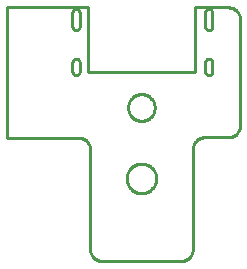
<source format=gbr>
G04 EAGLE Gerber RS-274X export*
G75*
%MOMM*%
%FSLAX34Y34*%
%LPD*%
%IN*%
%IPPOS*%
%AMOC8*
5,1,8,0,0,1.08239X$1,22.5*%
G01*
%ADD10C,0.254000*%


D10*
X0Y104630D02*
X60000Y104630D01*
X60872Y104592D01*
X61736Y104478D01*
X62588Y104289D01*
X63420Y104027D01*
X64226Y103693D01*
X65000Y103290D01*
X65736Y102822D01*
X66428Y102290D01*
X67071Y101701D01*
X67660Y101058D01*
X68192Y100366D01*
X68660Y99630D01*
X69063Y98856D01*
X69397Y98050D01*
X69659Y97218D01*
X69848Y96366D01*
X69962Y95502D01*
X70000Y94630D01*
X70000Y10047D01*
X70038Y9175D01*
X70152Y8311D01*
X70341Y7459D01*
X70603Y6627D01*
X70937Y5821D01*
X71340Y5047D01*
X71808Y4311D01*
X72340Y3619D01*
X72929Y2976D01*
X73572Y2387D01*
X74264Y1855D01*
X75000Y1387D01*
X75774Y984D01*
X76580Y650D01*
X77412Y388D01*
X78264Y199D01*
X79128Y85D01*
X80000Y47D01*
X147000Y47D01*
X147872Y85D01*
X148736Y199D01*
X149588Y388D01*
X150420Y650D01*
X151226Y984D01*
X152000Y1387D01*
X152736Y1855D01*
X153428Y2387D01*
X154071Y2976D01*
X154660Y3619D01*
X155192Y4311D01*
X155660Y5047D01*
X156063Y5821D01*
X156397Y6627D01*
X156659Y7459D01*
X156848Y8311D01*
X156962Y9175D01*
X157000Y10047D01*
X157000Y94840D01*
X157038Y95712D01*
X157152Y96576D01*
X157341Y97428D01*
X157603Y98260D01*
X157937Y99066D01*
X158340Y99840D01*
X158808Y100576D01*
X159340Y101268D01*
X159929Y101911D01*
X160572Y102500D01*
X161264Y103032D01*
X162000Y103500D01*
X162774Y103903D01*
X163580Y104237D01*
X164412Y104499D01*
X165264Y104688D01*
X166128Y104802D01*
X167000Y104840D01*
X187000Y104840D01*
X187872Y104878D01*
X188736Y104992D01*
X189588Y105181D01*
X190420Y105443D01*
X191226Y105777D01*
X192000Y106180D01*
X192736Y106648D01*
X193428Y107180D01*
X194071Y107769D01*
X194660Y108412D01*
X195192Y109104D01*
X195660Y109840D01*
X196063Y110614D01*
X196397Y111420D01*
X196659Y112252D01*
X196848Y113104D01*
X196962Y113968D01*
X197000Y114840D01*
X197000Y204840D01*
X196962Y205712D01*
X196848Y206576D01*
X196659Y207428D01*
X196397Y208260D01*
X196063Y209066D01*
X195660Y209840D01*
X195192Y210576D01*
X194660Y211268D01*
X194071Y211911D01*
X193428Y212500D01*
X192736Y213032D01*
X192000Y213500D01*
X191226Y213903D01*
X190420Y214237D01*
X189588Y214499D01*
X188736Y214688D01*
X187872Y214802D01*
X187000Y214840D01*
X158500Y214840D01*
X158500Y159840D01*
X68500Y159840D01*
X68500Y214840D01*
X0Y214840D01*
X0Y104630D01*
X167500Y198470D02*
X167511Y198209D01*
X167546Y197949D01*
X167602Y197694D01*
X167681Y197444D01*
X167781Y197202D01*
X167902Y196970D01*
X168043Y196749D01*
X168202Y196542D01*
X168379Y196349D01*
X168572Y196172D01*
X168779Y196013D01*
X169000Y195872D01*
X169232Y195751D01*
X169474Y195651D01*
X169724Y195572D01*
X169979Y195516D01*
X170239Y195481D01*
X170500Y195470D01*
X170761Y195481D01*
X171021Y195516D01*
X171276Y195572D01*
X171526Y195651D01*
X171768Y195751D01*
X172000Y195872D01*
X172221Y196013D01*
X172428Y196172D01*
X172621Y196349D01*
X172798Y196542D01*
X172957Y196749D01*
X173098Y196970D01*
X173219Y197202D01*
X173319Y197444D01*
X173398Y197694D01*
X173454Y197949D01*
X173489Y198209D01*
X173500Y198470D01*
X173500Y210470D01*
X173489Y210731D01*
X173454Y210991D01*
X173398Y211246D01*
X173319Y211496D01*
X173219Y211738D01*
X173098Y211970D01*
X172957Y212191D01*
X172798Y212398D01*
X172621Y212591D01*
X172428Y212768D01*
X172221Y212927D01*
X172000Y213068D01*
X171768Y213189D01*
X171526Y213289D01*
X171276Y213368D01*
X171021Y213424D01*
X170761Y213459D01*
X170500Y213470D01*
X170239Y213459D01*
X169979Y213424D01*
X169724Y213368D01*
X169474Y213289D01*
X169232Y213189D01*
X169000Y213068D01*
X168779Y212927D01*
X168572Y212768D01*
X168379Y212591D01*
X168202Y212398D01*
X168043Y212191D01*
X167902Y211970D01*
X167781Y211738D01*
X167681Y211496D01*
X167602Y211246D01*
X167546Y210991D01*
X167511Y210731D01*
X167500Y210470D01*
X167500Y198470D01*
X55100Y160470D02*
X55111Y160209D01*
X55146Y159949D01*
X55202Y159694D01*
X55281Y159444D01*
X55381Y159202D01*
X55502Y158970D01*
X55643Y158749D01*
X55802Y158542D01*
X55979Y158349D01*
X56172Y158172D01*
X56379Y158013D01*
X56600Y157872D01*
X56832Y157751D01*
X57074Y157651D01*
X57324Y157572D01*
X57579Y157516D01*
X57839Y157481D01*
X58100Y157470D01*
X58361Y157481D01*
X58621Y157516D01*
X58876Y157572D01*
X59126Y157651D01*
X59368Y157751D01*
X59600Y157872D01*
X59821Y158013D01*
X60028Y158172D01*
X60221Y158349D01*
X60398Y158542D01*
X60557Y158749D01*
X60698Y158970D01*
X60819Y159202D01*
X60919Y159444D01*
X60998Y159694D01*
X61054Y159949D01*
X61089Y160209D01*
X61100Y160470D01*
X61100Y168470D01*
X61089Y168731D01*
X61054Y168991D01*
X60998Y169246D01*
X60919Y169496D01*
X60819Y169738D01*
X60698Y169970D01*
X60557Y170191D01*
X60398Y170398D01*
X60221Y170591D01*
X60028Y170768D01*
X59821Y170927D01*
X59600Y171068D01*
X59368Y171189D01*
X59126Y171289D01*
X58876Y171368D01*
X58621Y171424D01*
X58361Y171459D01*
X58100Y171470D01*
X57839Y171459D01*
X57579Y171424D01*
X57324Y171368D01*
X57074Y171289D01*
X56832Y171189D01*
X56600Y171068D01*
X56379Y170927D01*
X56172Y170768D01*
X55979Y170591D01*
X55802Y170398D01*
X55643Y170191D01*
X55502Y169970D01*
X55381Y169738D01*
X55281Y169496D01*
X55202Y169246D01*
X55146Y168991D01*
X55111Y168731D01*
X55100Y168470D01*
X55100Y160470D01*
X167500Y160470D02*
X167511Y160209D01*
X167546Y159949D01*
X167602Y159694D01*
X167681Y159444D01*
X167781Y159202D01*
X167902Y158970D01*
X168043Y158749D01*
X168202Y158542D01*
X168379Y158349D01*
X168572Y158172D01*
X168779Y158013D01*
X169000Y157872D01*
X169232Y157751D01*
X169474Y157651D01*
X169724Y157572D01*
X169979Y157516D01*
X170239Y157481D01*
X170500Y157470D01*
X170761Y157481D01*
X171021Y157516D01*
X171276Y157572D01*
X171526Y157651D01*
X171768Y157751D01*
X172000Y157872D01*
X172221Y158013D01*
X172428Y158172D01*
X172621Y158349D01*
X172798Y158542D01*
X172957Y158749D01*
X173098Y158970D01*
X173219Y159202D01*
X173319Y159444D01*
X173398Y159694D01*
X173454Y159949D01*
X173489Y160209D01*
X173500Y160470D01*
X173500Y168470D01*
X173489Y168731D01*
X173454Y168991D01*
X173398Y169246D01*
X173319Y169496D01*
X173219Y169738D01*
X173098Y169970D01*
X172957Y170191D01*
X172798Y170398D01*
X172621Y170591D01*
X172428Y170768D01*
X172221Y170927D01*
X172000Y171068D01*
X171768Y171189D01*
X171526Y171289D01*
X171276Y171368D01*
X171021Y171424D01*
X170761Y171459D01*
X170500Y171470D01*
X170239Y171459D01*
X169979Y171424D01*
X169724Y171368D01*
X169474Y171289D01*
X169232Y171189D01*
X169000Y171068D01*
X168779Y170927D01*
X168572Y170768D01*
X168379Y170591D01*
X168202Y170398D01*
X168043Y170191D01*
X167902Y169970D01*
X167781Y169738D01*
X167681Y169496D01*
X167602Y169246D01*
X167546Y168991D01*
X167511Y168731D01*
X167500Y168470D01*
X167500Y160470D01*
X55100Y198470D02*
X55111Y198209D01*
X55146Y197949D01*
X55202Y197694D01*
X55281Y197444D01*
X55381Y197202D01*
X55502Y196970D01*
X55643Y196749D01*
X55802Y196542D01*
X55979Y196349D01*
X56172Y196172D01*
X56379Y196013D01*
X56600Y195872D01*
X56832Y195751D01*
X57074Y195651D01*
X57324Y195572D01*
X57579Y195516D01*
X57839Y195481D01*
X58100Y195470D01*
X58361Y195481D01*
X58621Y195516D01*
X58876Y195572D01*
X59126Y195651D01*
X59368Y195751D01*
X59600Y195872D01*
X59821Y196013D01*
X60028Y196172D01*
X60221Y196349D01*
X60398Y196542D01*
X60557Y196749D01*
X60698Y196970D01*
X60819Y197202D01*
X60919Y197444D01*
X60998Y197694D01*
X61054Y197949D01*
X61089Y198209D01*
X61100Y198470D01*
X61100Y210470D01*
X61089Y210731D01*
X61054Y210991D01*
X60998Y211246D01*
X60919Y211496D01*
X60819Y211738D01*
X60698Y211970D01*
X60557Y212191D01*
X60398Y212398D01*
X60221Y212591D01*
X60028Y212768D01*
X59821Y212927D01*
X59600Y213068D01*
X59368Y213189D01*
X59126Y213289D01*
X58876Y213368D01*
X58621Y213424D01*
X58361Y213459D01*
X58100Y213470D01*
X57839Y213459D01*
X57579Y213424D01*
X57324Y213368D01*
X57074Y213289D01*
X56832Y213189D01*
X56600Y213068D01*
X56379Y212927D01*
X56172Y212768D01*
X55979Y212591D01*
X55802Y212398D01*
X55643Y212191D01*
X55502Y211970D01*
X55381Y211738D01*
X55281Y211496D01*
X55202Y211246D01*
X55146Y210991D01*
X55111Y210731D01*
X55100Y210470D01*
X55100Y198470D01*
X124750Y129605D02*
X124750Y130489D01*
X124681Y131370D01*
X124542Y132243D01*
X124336Y133103D01*
X124063Y133944D01*
X123725Y134761D01*
X123323Y135548D01*
X122861Y136302D01*
X122342Y137017D01*
X121768Y137689D01*
X121142Y138315D01*
X120470Y138889D01*
X119755Y139408D01*
X119001Y139870D01*
X118214Y140272D01*
X117397Y140610D01*
X116556Y140883D01*
X115696Y141089D01*
X114823Y141228D01*
X113942Y141297D01*
X113058Y141297D01*
X112177Y141228D01*
X111304Y141089D01*
X110444Y140883D01*
X109603Y140610D01*
X108786Y140272D01*
X107999Y139870D01*
X107245Y139408D01*
X106530Y138889D01*
X105858Y138315D01*
X105233Y137689D01*
X104658Y137017D01*
X104139Y136302D01*
X103677Y135548D01*
X103276Y134761D01*
X102937Y133944D01*
X102664Y133103D01*
X102458Y132243D01*
X102319Y131370D01*
X102250Y130489D01*
X102250Y129605D01*
X102319Y128724D01*
X102458Y127851D01*
X102664Y126991D01*
X102937Y126150D01*
X103276Y125333D01*
X103677Y124546D01*
X104139Y123792D01*
X104658Y123077D01*
X105233Y122405D01*
X105858Y121780D01*
X106530Y121205D01*
X107245Y120686D01*
X107999Y120224D01*
X108786Y119823D01*
X109603Y119484D01*
X110444Y119211D01*
X111304Y119005D01*
X112177Y118866D01*
X113058Y118797D01*
X113942Y118797D01*
X114823Y118866D01*
X115696Y119005D01*
X116556Y119211D01*
X117397Y119484D01*
X118214Y119823D01*
X119001Y120224D01*
X119755Y120686D01*
X120470Y121205D01*
X121142Y121780D01*
X121768Y122405D01*
X122342Y123077D01*
X122861Y123792D01*
X123323Y124546D01*
X123725Y125333D01*
X124063Y126150D01*
X124336Y126991D01*
X124542Y127851D01*
X124681Y128724D01*
X124750Y129605D01*
X126000Y69556D02*
X126000Y70538D01*
X125923Y71517D01*
X125769Y72488D01*
X125540Y73443D01*
X125236Y74377D01*
X124861Y75284D01*
X124415Y76159D01*
X123901Y76997D01*
X123324Y77792D01*
X122686Y78539D01*
X121992Y79233D01*
X121245Y79871D01*
X120450Y80448D01*
X119612Y80962D01*
X118737Y81408D01*
X117830Y81783D01*
X116896Y82087D01*
X115941Y82316D01*
X114970Y82470D01*
X113991Y82547D01*
X113009Y82547D01*
X112030Y82470D01*
X111060Y82316D01*
X110104Y82087D01*
X109170Y81783D01*
X108263Y81408D01*
X107388Y80962D01*
X106550Y80448D01*
X105755Y79871D01*
X105008Y79233D01*
X104314Y78539D01*
X103676Y77792D01*
X103099Y76997D01*
X102585Y76159D01*
X102139Y75284D01*
X101764Y74377D01*
X101460Y73443D01*
X101231Y72488D01*
X101077Y71517D01*
X101000Y70538D01*
X101000Y69556D01*
X101077Y68577D01*
X101231Y67607D01*
X101460Y66651D01*
X101764Y65717D01*
X102139Y64810D01*
X102585Y63935D01*
X103099Y63097D01*
X103676Y62302D01*
X104314Y61555D01*
X105008Y60861D01*
X105755Y60223D01*
X106550Y59646D01*
X107388Y59132D01*
X108263Y58686D01*
X109170Y58311D01*
X110104Y58007D01*
X111060Y57778D01*
X112030Y57624D01*
X113009Y57547D01*
X113991Y57547D01*
X114970Y57624D01*
X115941Y57778D01*
X116896Y58007D01*
X117830Y58311D01*
X118737Y58686D01*
X119612Y59132D01*
X120450Y59646D01*
X121245Y60223D01*
X121992Y60861D01*
X122686Y61555D01*
X123324Y62302D01*
X123901Y63097D01*
X124415Y63935D01*
X124861Y64810D01*
X125236Y65717D01*
X125540Y66651D01*
X125769Y67607D01*
X125923Y68577D01*
X126000Y69556D01*
M02*

</source>
